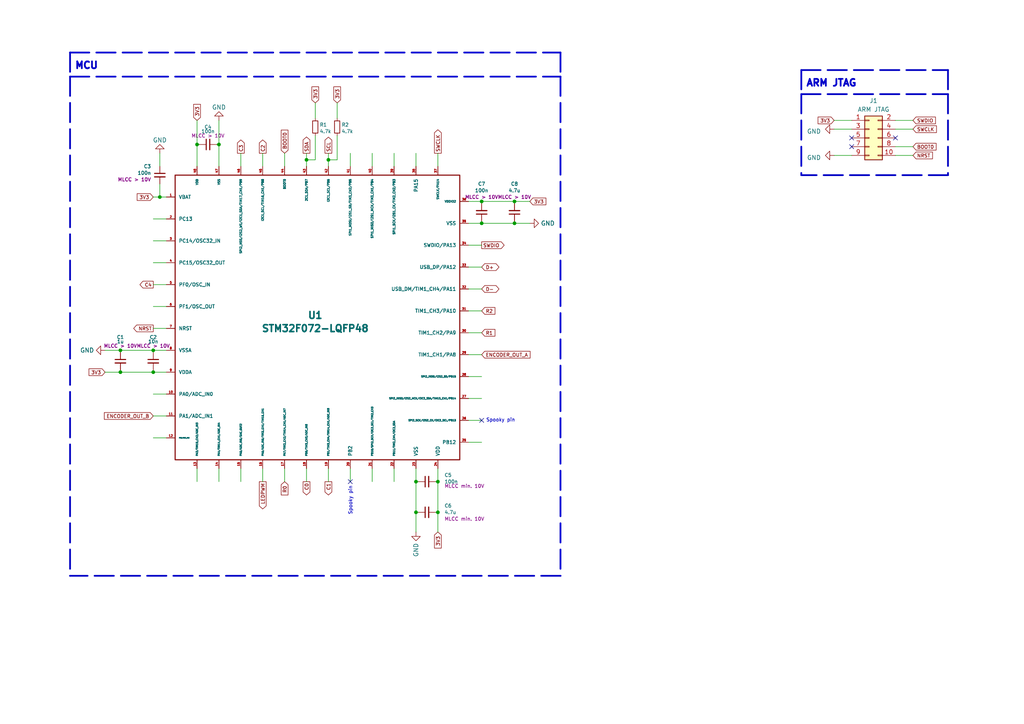
<source format=kicad_sch>
(kicad_sch (version 20221206) (generator eeschema)
  (paper "A4")
  (lib_symbols
    (symbol "Connector_Generic:Conn_02x05_Odd_Even" (pin_names (offset 1.016) hide)
      (property "Reference" "J" (at 1.27 7.62 0))
      (property "Value" "Conn_02x05_Odd_Even" (at 1.27 -7.62 0))
      (symbol "Conn_02x05_Odd_Even_1_1"
        (rectangle (start -1.27 -4.953) (end 0 -5.207) (stroke (width 0.1524)))
        (rectangle (start -1.27 -2.413) (end 0 -2.667) (stroke (width 0.1524)))
        (rectangle (start -1.27 0.127) (end 0 -0.127) (stroke (width 0.1524)))
        (rectangle (start -1.27 2.667) (end 0 2.413) (stroke (width 0.1524)))
        (rectangle (start -1.27 5.207) (end 0 4.953) (stroke (width 0.1524)))
        (rectangle (start -1.27 6.35) (end 3.81 -6.35) (stroke (width 0.254)) (fill (type background)))
        (rectangle (start 3.81 -4.953) (end 2.54 -5.207) (stroke (width 0.1524)))
        (rectangle (start 3.81 -2.413) (end 2.54 -2.667) (stroke (width 0.1524)))
        (rectangle (start 3.81 0.127) (end 2.54 -0.127) (stroke (width 0.1524)))
        (rectangle (start 3.81 2.667) (end 2.54 2.413) (stroke (width 0.1524)))
        (rectangle (start 3.81 5.207) (end 2.54 4.953) (stroke (width 0.1524)))
        (pin passive line (at -5.08 5.08 0) (length 3.81) (name "Pin_1") (number "1"))
        (pin passive line (at 7.62 -5.08 180) (length 3.81) (name "Pin_10") (number "10"))
        (pin passive line (at 7.62 5.08 180) (length 3.81) (name "Pin_2") (number "2"))
        (pin passive line (at -5.08 2.54 0) (length 3.81) (name "Pin_3") (number "3"))
        (pin passive line (at 7.62 2.54 180) (length 3.81) (name "Pin_4") (number "4"))
        (pin passive line (at -5.08 0 0) (length 3.81) (name "Pin_5") (number "5"))
        (pin passive line (at 7.62 0 180) (length 3.81) (name "Pin_6") (number "6"))
        (pin passive line (at -5.08 -2.54 0) (length 3.81) (name "Pin_7") (number "7"))
        (pin passive line (at 7.62 -2.54 180) (length 3.81) (name "Pin_8") (number "8"))
        (pin passive line (at -5.08 -5.08 0) (length 3.81) (name "Pin_9") (number "9"))
      )
    )
    (symbol "Device:C_Small" (pin_numbers hide) (pin_names (offset 0.254) hide)
      (property "Reference" "C" (at 0.254 1.778 0))
      (property "Value" "C_Small" (at 0.254 -2.032 0))
      (symbol "C_Small_0_1"
        (polyline (pts (xy -1.524 -0.508) (xy 1.524 -0.508)) (stroke (width 0.3302)))
        (polyline (pts (xy -1.524 0.508) (xy 1.524 0.508)) (stroke (width 0.3048)))
      )
      (symbol "C_Small_1_1"
        (pin passive line (at 0 2.54 270) (length 2.032) (name "~") (number "1"))
        (pin passive line (at 0 -2.54 90) (length 2.032) (name "~") (number "2"))
      )
    )
    (symbol "Device:R_Small" (pin_numbers hide) (pin_names (offset 0.254) hide)
      (property "Reference" "R" (at 0.762 0.508 0))
      (property "Value" "R_Small" (at 0.762 -1.016 0))
      (symbol "R_Small_0_1"
        (rectangle (start -0.762 1.778) (end 0.762 -1.778) (stroke (width 0.2032)))
      )
      (symbol "R_Small_1_1"
        (pin passive line (at 0 2.54 270) (length 0.762) (name "~") (number "1"))
        (pin passive line (at 0 -2.54 90) (length 0.762) (name "~") (number "2"))
      )
    )
    (symbol "acheron_Symbols:STM32F072-LQFP48" (pin_names (offset 1.016))
      (property "Reference" "U" (at 0 1.27 0))
      (property "Value" "STM32F072-LQFP48" (at 0 -2.54 0))
      (symbol "STM32F072-LQFP48_0_1"
        (rectangle (start 41.91 41.91) (end -40.64 -40.64) (stroke (width 0.3048)))
      )
      (symbol "STM32F072-LQFP48_1_1"
        (pin power_in line (at -43.18 35.56 0) (length 2.54) (name "VBAT") (number "1"))
        (pin bidirectional line (at -43.18 -21.59 0) (length 2.54) (name "PA0/ADC_IN0") (number "10"))
        (pin bidirectional line (at -43.18 -27.94 0) (length 2.54) (name "PA1/ADC_IN1") (number "11"))
        (pin bidirectional line (at -43.18 -34.29 0) (length 2.54) (name "PA2/ADC_IN2") (number "12"))
        (pin bidirectional line (at -34.29 -43.18 90) (length 2.54) (name "PA3/TIM15_CH2/ADC_IN3") (number "13"))
        (pin bidirectional line (at -27.94 -43.18 90) (length 2.54) (name "PA4/TIM14_CH1/ADC_IN4") (number "14"))
        (pin bidirectional line (at -21.59 -43.18 90) (length 2.54) (name "PA5/ADC_IN5/DAC_OUT2") (number "15"))
        (pin bidirectional line (at -15.24 -43.18 90) (length 2.54) (name "PA6/ADC_IN6/TIM3_CH1/TIM16_CH1") (number "16"))
        (pin bidirectional line (at -8.89 -43.18 90) (length 2.54) (name "PA7/TIM3_CH2/TIM14_CH1/ADC_IN7") (number "17"))
        (pin bidirectional line (at -2.54 -43.18 90) (length 2.54) (name "PB0/TIM3_CH3/ADC_IN8") (number "18"))
        (pin bidirectional line (at 3.81 -43.18 90) (length 2.54) (name "PB1/TIM3_CH4/TIM14_CH1/ADC_IN9") (number "19"))
        (pin bidirectional line (at -43.18 29.21 0) (length 2.54) (name "PC13") (number "2"))
        (pin bidirectional line (at 10.16 -43.18 90) (length 2.54) (name "PB2") (number "20"))
        (pin bidirectional line (at 16.51 -43.18 90) (length 2.54) (name "PB10/SPI2_SCK/I2C2_SCL/TIM2_CH3") (number "21"))
        (pin bidirectional line (at 22.86 -43.18 90) (length 2.54) (name "PB11/TIM2_CH4/I2C2_SDA") (number "22"))
        (pin power_in line (at 29.21 -43.18 90) (length 2.54) (name "VSS") (number "23"))
        (pin power_in line (at 35.56 -43.18 90) (length 2.54) (name "VDD") (number "24"))
        (pin bidirectional line (at 44.45 -35.56 180) (length 2.54) (name "PB12") (number "25"))
        (pin bidirectional line (at 44.45 -29.21 180) (length 2.54) (name "SPI2_SCK/I2S2_CK/I2C2_SCL/PB13") (number "26"))
        (pin bidirectional line (at 44.45 -22.86 180) (length 2.54) (name "SPI2_MISO/I2S2_MCK/I2C2_SDA/TIM15_CH1/PB14") (number "27"))
        (pin bidirectional line (at 44.45 -16.51 180) (length 2.54) (name "SPI2_MOSI/I2S2_SD/PB15") (number "28"))
        (pin bidirectional line (at 44.45 -10.16 180) (length 2.54) (name "TIM1_CH1/PA8") (number "29"))
        (pin bidirectional line (at -43.18 22.86 0) (length 2.54) (name "PC14/OSC32_IN") (number "3"))
        (pin bidirectional line (at 44.45 -3.81 180) (length 2.54) (name "TIM1_CH2/PA9") (number "30"))
        (pin bidirectional line (at 44.45 2.54 180) (length 2.54) (name "TIM1_CH3/PA10") (number "31"))
        (pin bidirectional line (at 44.45 8.89 180) (length 2.54) (name "USB_DM/TIM1_CH4/PA11") (number "32"))
        (pin bidirectional line (at 44.45 15.24 180) (length 2.54) (name "USB_DP/PA12") (number "33"))
        (pin bidirectional line (at 44.45 21.59 180) (length 2.54) (name "SWDIO/PA13") (number "34"))
        (pin power_in line (at 44.45 27.94 180) (length 2.54) (name "VSS") (number "35"))
        (pin power_in line (at 44.45 34.29 180) (length 2.54) (name "VDDIO2") (number "36"))
        (pin bidirectional line (at 35.56 44.45 270) (length 2.54) (name "SWCLK/PA14") (number "37"))
        (pin bidirectional line (at 29.21 44.45 270) (length 2.54) (name "PA15") (number "38"))
        (pin bidirectional line (at 22.86 44.45 270) (length 2.54) (name "SPI1_SCK/I2S1_CK/TIM2_CH2/PB3") (number "39"))
        (pin bidirectional line (at -43.18 16.51 0) (length 2.54) (name "PC15/OSC32_OUT") (number "4"))
        (pin bidirectional line (at 16.51 44.45 270) (length 2.54) (name "SPI1_MISO/I2S1_MCK/TIM3_CH1/PB4") (number "40"))
        (pin bidirectional line (at 10.16 44.45 270) (length 2.54) (name "SPI1_MOSI/I2S1_SD/TIM3_CH2/PB5") (number "41"))
        (pin bidirectional line (at 3.81 44.45 270) (length 2.54) (name "I2C1_SCL/PB6") (number "42"))
        (pin bidirectional line (at -2.54 44.45 270) (length 2.54) (name "2C1_SDA/PB7") (number "43"))
        (pin output line (at -8.89 44.45 270) (length 2.54) (name "BOOT0") (number "44"))
        (pin bidirectional line (at -15.24 44.45 270) (length 2.54) (name "I2C1_SCL/TIM16_CH1/PB8") (number "45"))
        (pin input line (at -21.59 44.45 270) (length 2.54) (name "SPI2_NSS/I2S2_WS/I2C1_SDA/TIM17_CH1/PB9") (number "46"))
        (pin input line (at -27.94 44.45 270) (length 2.54) (name "VSS") (number "47"))
        (pin input line (at -34.29 44.45 270) (length 2.54) (name "VDD") (number "48"))
        (pin bidirectional line (at -43.18 10.16 0) (length 2.54) (name "PF0/OSC_IN") (number "5"))
        (pin bidirectional line (at -43.18 3.81 0) (length 2.54) (name "PF1/OSC_OUT") (number "6"))
        (pin input line (at -43.18 -2.54 0) (length 2.54) (name "NRST") (number "7"))
        (pin power_in line (at -43.18 -8.89 0) (length 2.54) (name "VSSA") (number "8"))
        (pin power_in line (at -43.18 -15.24 0) (length 2.54) (name "VDDA") (number "9"))
      )
    )
    (symbol "power:GND" (power) (pin_names (offset 0))
      (property "Value" "GND" (at 0 -3.81 0))
      (symbol "GND_0_1"
        (polyline (pts (xy 0 0) (xy 0 -1.27) (xy 1.27 -1.27) (xy 0 -2.54) (xy -1.27 -1.27) (xy 0 -1.27)))
      )
      (symbol "GND_1_1"
        (pin power_in line (at 0 0 270) (length 0) hide (name "GND") (number "1"))
      )
    )
  )
  (junction (at 120.65 139.7))
  (junction (at 120.65 148.59))
  (junction (at 95.25 46.355))
  (junction (at 127 148.59))
  (junction (at 34.925 107.95))
  (junction (at 46.355 57.15))
  (junction (at 63.5 41.91))
  (junction (at 44.45 101.6))
  (junction (at 57.15 41.91))
  (junction (at 149.225 64.77))
  (junction (at 127 139.7))
  (junction (at 34.925 101.6))
  (junction (at 149.225 58.42))
  (junction (at 88.9 46.355))
  (junction (at 44.45 107.95))
  (junction (at 139.7 58.42))
  (junction (at 139.7 64.77))
  (no_connect (at 139.7 121.92))
  (no_connect (at 247.015 42.545))
  (no_connect (at 259.715 40.005))
  (no_connect (at 247.015 40.005))
  (no_connect (at 101.6 139.7))
  (polyline (pts (xy 20.32 15.24) (xy 162.56 15.24)) (stroke (width 0.508) (type dash)))
  (wire (pts (xy 114.3 135.89) (xy 114.3 139.7)))
  (wire (pts (xy 88.9 46.355) (xy 88.9 48.26)))
  (wire (pts (xy 63.5 41.91) (xy 63.5 48.26)))
  (polyline (pts (xy 274.955 20.32) (xy 274.955 27.305)) (stroke (width 0.508) (type dash)))
  (wire (pts (xy 127 44.45) (xy 127 48.26)))
  (wire (pts (xy 135.89 102.87) (xy 139.7 102.87)))
  (polyline (pts (xy 232.41 27.305) (xy 232.41 50.8)) (stroke (width 0.508) (type dash)))
  (polyline (pts (xy 20.32 15.24) (xy 20.32 22.225)) (stroke (width 0.508) (type dash)))
  (wire (pts (xy 139.7 64.77) (xy 139.7 64.135)))
  (wire (pts (xy 241.935 45.085) (xy 247.015 45.085)))
  (wire (pts (xy 95.25 44.45) (xy 95.25 46.355)))
  (wire (pts (xy 95.25 46.355) (xy 95.25 48.26)))
  (polyline (pts (xy 232.41 20.32) (xy 232.41 27.305)) (stroke (width 0.508) (type dash)))
  (wire (pts (xy 127 135.89) (xy 127 139.7)))
  (wire (pts (xy 120.65 135.89) (xy 120.65 139.7)))
  (wire (pts (xy 48.26 63.5) (xy 44.45 63.5)))
  (polyline (pts (xy 232.41 27.305) (xy 274.955 27.305)) (stroke (width 0.508) (type dash)))
  (wire (pts (xy 97.79 29.845) (xy 97.79 34.29)))
  (wire (pts (xy 34.925 107.95) (xy 30.48 107.95)))
  (wire (pts (xy 69.85 139.7) (xy 69.85 135.89)))
  (wire (pts (xy 135.89 58.42) (xy 139.7 58.42)))
  (wire (pts (xy 101.6 44.45) (xy 101.6 48.26)))
  (wire (pts (xy 57.15 139.7) (xy 57.15 135.89)))
  (polyline (pts (xy 274.955 27.305) (xy 274.955 50.8)) (stroke (width 0.508) (type dash)))
  (wire (pts (xy 139.7 58.42) (xy 139.7 59.055)))
  (wire (pts (xy 95.25 46.355) (xy 97.79 46.355)))
  (wire (pts (xy 120.65 148.59) (xy 120.65 154.305)))
  (wire (pts (xy 91.44 39.37) (xy 91.44 46.355)))
  (wire (pts (xy 57.15 34.925) (xy 57.15 41.91)))
  (wire (pts (xy 34.925 101.6) (xy 30.48 101.6)))
  (wire (pts (xy 149.225 64.135) (xy 149.225 64.77)))
  (wire (pts (xy 34.925 107.95) (xy 34.925 107.315)))
  (wire (pts (xy 127 139.7) (xy 127 148.59)))
  (polyline (pts (xy 20.32 22.225) (xy 20.32 167.005)) (stroke (width 0.508) (type dash)))
  (wire (pts (xy 107.95 44.45) (xy 107.95 48.26)))
  (wire (pts (xy 114.3 44.45) (xy 114.3 48.26)))
  (wire (pts (xy 48.26 101.6) (xy 44.45 101.6)))
  (wire (pts (xy 44.45 88.9) (xy 48.26 88.9)))
  (wire (pts (xy 69.85 44.45) (xy 69.85 48.26)))
  (wire (pts (xy 95.25 135.89) (xy 95.25 139.7)))
  (wire (pts (xy 241.935 37.465) (xy 247.015 37.465)))
  (wire (pts (xy 259.715 42.545) (xy 264.795 42.545)))
  (wire (pts (xy 135.89 96.52) (xy 139.7 96.52)))
  (wire (pts (xy 44.45 120.65) (xy 48.26 120.65)))
  (wire (pts (xy 82.55 44.45) (xy 82.55 48.26)))
  (wire (pts (xy 101.6 135.89) (xy 101.6 139.7)))
  (wire (pts (xy 44.45 101.6) (xy 44.45 102.235)))
  (wire (pts (xy 97.79 39.37) (xy 97.79 46.355)))
  (wire (pts (xy 88.9 46.355) (xy 91.44 46.355)))
  (polyline (pts (xy 274.955 50.8) (xy 232.41 50.8)) (stroke (width 0.508) (type dash)))
  (wire (pts (xy 88.9 135.89) (xy 88.9 139.7)))
  (wire (pts (xy 120.65 139.7) (xy 121.285 139.7)))
  (wire (pts (xy 241.935 34.925) (xy 247.015 34.925)))
  (wire (pts (xy 34.925 101.6) (xy 44.45 101.6)))
  (wire (pts (xy 46.355 57.15) (xy 48.26 57.15)))
  (wire (pts (xy 62.865 41.91) (xy 63.5 41.91)))
  (wire (pts (xy 139.7 58.42) (xy 149.225 58.42)))
  (wire (pts (xy 63.5 139.7) (xy 63.5 135.89)))
  (wire (pts (xy 107.95 135.89) (xy 107.95 139.7)))
  (wire (pts (xy 48.26 95.25) (xy 44.45 95.25)))
  (wire (pts (xy 44.45 76.2) (xy 48.26 76.2)))
  (wire (pts (xy 149.225 58.42) (xy 153.67 58.42)))
  (polyline (pts (xy 162.56 15.24) (xy 162.56 22.225)) (stroke (width 0.508) (type dash)))
  (polyline (pts (xy 162.56 22.225) (xy 162.56 167.005)) (stroke (width 0.508) (type dash)))
  (wire (pts (xy 127 148.59) (xy 127 154.305)))
  (wire (pts (xy 44.45 114.3) (xy 48.26 114.3)))
  (wire (pts (xy 135.89 115.57) (xy 139.7 115.57)))
  (polyline (pts (xy 20.32 22.225) (xy 162.56 22.225)) (stroke (width 0.508) (type dash)))
  (wire (pts (xy 46.355 53.34) (xy 46.355 57.15)))
  (wire (pts (xy 44.45 107.95) (xy 44.45 107.315)))
  (wire (pts (xy 135.89 77.47) (xy 139.7 77.47)))
  (wire (pts (xy 149.225 64.77) (xy 139.7 64.77)))
  (wire (pts (xy 88.9 44.45) (xy 88.9 46.355)))
  (wire (pts (xy 44.45 57.15) (xy 46.355 57.15)))
  (wire (pts (xy 135.89 109.22) (xy 139.7 109.22)))
  (wire (pts (xy 135.89 83.82) (xy 139.7 83.82)))
  (wire (pts (xy 120.65 148.59) (xy 120.65 139.7)))
  (wire (pts (xy 259.715 34.925) (xy 264.795 34.925)))
  (wire (pts (xy 121.285 148.59) (xy 120.65 148.59)))
  (wire (pts (xy 135.89 121.92) (xy 139.7 121.92)))
  (wire (pts (xy 127 139.7) (xy 126.365 139.7)))
  (wire (pts (xy 135.89 64.77) (xy 139.7 64.77)))
  (wire (pts (xy 82.55 135.89) (xy 82.55 139.7)))
  (wire (pts (xy 76.2 44.45) (xy 76.2 48.26)))
  (polyline (pts (xy 162.56 167.005) (xy 20.32 167.005)) (stroke (width 0.508) (type dash)))
  (wire (pts (xy 259.715 45.085) (xy 264.795 45.085)))
  (wire (pts (xy 44.45 107.95) (xy 34.925 107.95)))
  (wire (pts (xy 135.89 128.27) (xy 139.7 128.27)))
  (wire (pts (xy 127 148.59) (xy 126.365 148.59)))
  (wire (pts (xy 57.15 41.91) (xy 57.785 41.91)))
  (wire (pts (xy 135.89 71.12) (xy 139.7 71.12)))
  (wire (pts (xy 48.26 107.95) (xy 44.45 107.95)))
  (wire (pts (xy 46.355 44.45) (xy 46.355 48.26)))
  (wire (pts (xy 44.45 127) (xy 48.26 127)))
  (wire (pts (xy 63.5 34.925) (xy 63.5 41.91)))
  (wire (pts (xy 149.225 64.77) (xy 153.67 64.77)))
  (wire (pts (xy 44.45 82.55) (xy 48.26 82.55)))
  (wire (pts (xy 76.2 139.7) (xy 76.2 135.89)))
  (polyline (pts (xy 232.41 20.32) (xy 274.955 20.32)) (stroke (width 0.508) (type dash)))
  (wire (pts (xy 120.65 44.45) (xy 120.65 48.26)))
  (wire (pts (xy 135.89 90.17) (xy 139.7 90.17)))
  (wire (pts (xy 259.715 37.465) (xy 264.795 37.465)))
  (wire (pts (xy 57.15 48.26) (xy 57.15 41.91)))
  (wire (pts (xy 149.225 58.42) (xy 149.225 59.055)))
  (wire (pts (xy 91.44 29.845) (xy 91.44 34.29)))
  (wire (pts (xy 34.925 102.235) (xy 34.925 101.6)))
  (wire (pts (xy 44.45 69.85) (xy 48.26 69.85)))
  (text "Spooky pin" (at 102.235 140.97 90) (effects (font (size 1 1)) (justify right bottom)))
  (text "ARM JTAG" (at 233.68 25.4 0) (effects (font (size 2 2) (thickness 1.524) bold) (justify left bottom)))
  (text "MCU\n" (at 21.59 20.32 0) (effects (font (size 2 2) (thickness 1.524) bold) (justify left bottom)))
  (text "Spooky pin" (at 140.97 122.555 0) (effects (font (size 1 1)) (justify left bottom)))
  (global_label "3V3" (shape input) (at 241.935 34.925 180) (effects (font (size 1 1))) (property "Intersheetrefs" "${INTERSHEET_REFS}" (effects hide)))
  (global_label "3V3" (shape input) (at 127 154.305 270) (effects (font (size 1 1))) (property "Intersheetrefs" "${INTERSHEET_REFS}" (effects hide)))
  (global_label "3V3" (shape input) (at 153.67 58.42 0) (effects (font (size 1 1))) (property "Intersheetrefs" "${INTERSHEET_REFS}" (effects hide)))
  (global_label "D+" (shape bidirectional) (at 139.7 77.47 0) (effects (font (size 1 1))) (property "Intersheetrefs" "${INTERSHEET_REFS}" (effects hide)))
  (global_label "C0" (shape output) (at 88.9 139.7 270) (effects (font (size 1 1))) (property "Intersheetrefs" "${INTERSHEET_REFS}" (effects hide)))
  (global_label "R1" (shape input) (at 139.7 96.52 0) (effects (font (size 1 1))) (property "Intersheetrefs" "${INTERSHEET_REFS}" (effects hide)))
  (global_label "C3" (shape output) (at 69.85 44.45 90) (effects (font (size 1 1))) (property "Intersheetrefs" "${INTERSHEET_REFS}" (effects hide)))
  (global_label "SWDIO" (shape input) (at 264.795 34.925 0) (effects (font (size 1 1))) (property "Intersheetrefs" "${INTERSHEET_REFS}" (effects hide)))
  (global_label "ENCODER_OUT_A" (shape input) (at 139.7 102.87 0) (effects (font (size 1 1))) (property "Intersheetrefs" "${INTERSHEET_REFS}" (effects hide)))
  (global_label "3V3" (shape input) (at 91.44 29.845 90) (effects (font (size 1 1))) (property "Intersheetrefs" "${INTERSHEET_REFS}" (effects hide)))
  (global_label "C4" (shape output) (at 44.45 82.55 180) (effects (font (size 1 1))) (property "Intersheetrefs" "${INTERSHEET_REFS}" (effects hide)))
  (global_label "ENCODER_OUT_B" (shape input) (at 44.45 120.65 180) (effects (font (size 1 1))) (property "Intersheetrefs" "${INTERSHEET_REFS}" (effects hide)))
  (global_label "C1" (shape output) (at 95.25 139.7 270) (effects (font (size 1 1))) (property "Intersheetrefs" "${INTERSHEET_REFS}" (effects hide)))
  (global_label "SWCLK" (shape input) (at 264.795 37.465 0) (effects (font (size 1 1))) (property "Intersheetrefs" "${INTERSHEET_REFS}" (effects hide)))
  (global_label "C2" (shape output) (at 76.2 44.45 90) (effects (font (size 1 1))) (property "Intersheetrefs" "${INTERSHEET_REFS}" (effects hide)))
  (global_label "SCL" (shape output) (at 95.25 44.45 90) (effects (font (size 1 1))) (property "Intersheetrefs" "${INTERSHEET_REFS}" (effects hide)))
  (global_label "D-" (shape bidirectional) (at 139.7 83.82 0) (effects (font (size 1 1))) (property "Intersheetrefs" "${INTERSHEET_REFS}" (effects hide)))
  (global_label "3V3" (shape input) (at 57.15 34.925 90) (effects (font (size 1 1))) (property "Intersheetrefs" "${INTERSHEET_REFS}" (effects hide)))
  (global_label "LEDPWM" (shape output) (at 76.2 139.7 270) (effects (font (size 1 1))) (property "Intersheetrefs" "${INTERSHEET_REFS}" (effects hide)))
  (global_label "NRST" (shape input) (at 264.795 45.085 0) (effects (font (size 1 1))) (property "Intersheetrefs" "${INTERSHEET_REFS}" (effects hide)))
  (global_label "BOOT0" (shape input) (at 82.55 44.45 90) (effects (font (size 1 1))) (property "Intersheetrefs" "${INTERSHEET_REFS}" (effects hide)))
  (global_label "R0" (shape input) (at 82.55 139.7 270) (effects (font (size 1 1))) (property "Intersheetrefs" "${INTERSHEET_REFS}" (effects hide)))
  (global_label "3V3" (shape input) (at 97.79 29.845 90) (effects (font (size 1 1))) (property "Intersheetrefs" "${INTERSHEET_REFS}" (effects hide)))
  (global_label "SWDIO" (shape output) (at 139.7 71.12 0) (effects (font (size 1 1))) (property "Intersheetrefs" "${INTERSHEET_REFS}" (effects hide)))
  (global_label "R2" (shape input) (at 139.7 90.17 0) (effects (font (size 1 1))) (property "Intersheetrefs" "${INTERSHEET_REFS}" (effects hide)))
  (global_label "3V3" (shape input) (at 30.48 107.95 180) (effects (font (size 1 1))) (property "Intersheetrefs" "${INTERSHEET_REFS}" (effects hide)))
  (global_label "NRST" (shape output) (at 44.45 95.25 180) (effects (font (size 1 1))) (property "Intersheetrefs" "${INTERSHEET_REFS}" (effects hide)))
  (global_label "3V3" (shape input) (at 44.45 57.15 180) (effects (font (size 1 1))) (property "Intersheetrefs" "${INTERSHEET_REFS}" (effects hide)))
  (global_label "SDA" (shape output) (at 88.9 44.45 90) (effects (font (size 1 1))) (property "Intersheetrefs" "${INTERSHEET_REFS}" (effects hide)))
  (global_label "BOOT0" (shape input) (at 264.795 42.545 0) (effects (font (size 1 1))) (property "Intersheetrefs" "${INTERSHEET_REFS}" (effects hide)))
  (global_label "SWCLK" (shape output) (at 127 44.45 90) (effects (font (size 1 1))) (property "Intersheetrefs" "${INTERSHEET_REFS}" (effects hide)))
  (symbol (lib_id "power:GND") (at 46.355 44.45 180) (unit 1)
    (property "Reference" "#PWR02" (effects hide))
    (property "Value" "GND" (at 46.355 40.64 0))
  )
  (symbol (lib_id "power:GND") (at 153.67 64.77 90) (unit 1)
    (property "Reference" "#PWR03" (effects hide))
    (property "Value" "GND" (at 156.845 64.77 90) (effects (justify right)))
  )
  (symbol (lib_id "power:GND") (at 241.935 45.085 270) (unit 1)
    (property "Reference" "#PWR06" (effects hide))
    (property "Value" "GND" (at 238.125 45.72 90) (effects (justify right)))
  )
  (symbol (lib_id "Device:C_Small") (at 123.825 139.7 90) (unit 1)
    (property "Reference" "C5" (at 128.905 137.795 90) (effects (font (size 1 1)) (justify right)))
    (property "Value" "100n" (at 128.905 139.7 90) (effects (font (size 1 1)) (justify right)))
    (property "Footprint" "Capacitor_SMD:C_0805_2012Metric" (effects hide))
    (property "Description" "MLCC min. 10V" (at 128.905 140.97 90) (effects (font (size 1 1)) (justify right)))
  )
  (symbol (lib_id "Device:C_Small") (at 60.325 41.91 90) (unit 1)
    (property "Reference" "C4" (at 60.3313 36.83 90) (effects (font (size 1 1))))
    (property "Value" "100n" (at 60.325 38.1 90) (effects (font (size 1 1))))
    (property "Footprint" "Capacitor_SMD:C_0805_2012Metric" (effects hide))
    (property "Description" "MLCC > 10V" (at 60.325 39.37 90) (effects (font (size 1 1))))
  )
  (symbol (lib_id "Device:C_Small") (at 139.7 61.595 180) (unit 1)
    (property "Reference" "C7" (at 139.7 53.34 0) (effects (font (size 1 1))))
    (property "Value" "100n" (at 139.7 55.245 0) (effects (font (size 1 1))))
    (property "Footprint" "Capacitor_SMD:C_0805_2012Metric" (effects hide))
    (property "Description" "MLCC > 10V" (at 139.7 57.15 0) (effects (font (size 1 1))))
  )
  (symbol (lib_id "Device:C_Small") (at 46.355 50.8 0) (unit 1)
    (property "Reference" "C3" (at 43.815 48.26 0) (effects (font (size 1 1)) (justify right)))
    (property "Value" "100n" (at 43.815 50.165 0) (effects (font (size 1 1)) (justify right)))
    (property "Footprint" "Capacitor_SMD:C_0805_2012Metric" (effects hide))
    (property "Description" "MLCC > 10V" (at 43.815 52.07 0) (effects (font (size 1 1)) (justify right)))
  )
  (symbol (lib_id "Device:C_Small") (at 149.225 61.595 180) (unit 1)
    (property "Reference" "C8" (at 149.225 53.34 0) (effects (font (size 1 1))))
    (property "Value" "4.7u" (at 149.225 55.245 0) (effects (font (size 1 1))))
    (property "Footprint" "Capacitor_SMD:C_0805_2012Metric" (effects hide))
    (property "Description" "MLCC > 10V" (at 149.225 57.15 0) (effects (font (size 1 1))))
  )
  (symbol (lib_id "Connector_Generic:Conn_02x05_Odd_Even") (at 252.095 40.005 0) (unit 1)
    (property "Reference" "J1" (at 253.365 29.21 0))
    (property "Value" "ARM JTAG" (at 253.365 31.75 0))
    (property "Footprint" "acheron_Connectors:PinHeader_2x5_P2.54mm_Vertical_Staggered" (effects hide))
  )
  (symbol (lib_id "Device:C_Small") (at 123.825 148.59 90) (unit 1)
    (property "Reference" "C6" (at 128.905 146.685 90) (effects (font (size 1 1)) (justify right)))
    (property "Value" "4.7u" (at 128.905 148.59 90) (effects (font (size 1 1)) (justify right)))
    (property "Footprint" "Capacitor_SMD:C_0805_2012Metric" (effects hide))
    (property "Description" "MLCC min. 10V" (at 128.905 150.495 90) (effects (font (size 1 1)) (justify right)))
  )
  (symbol (lib_id "power:GND") (at 120.65 154.305 0) (unit 1)
    (property "Reference" "#PWR04" (effects hide))
    (property "Value" "GND" (at 120.65 157.48 90) (effects (justify right)))
  )
  (symbol (lib_id "power:GND") (at 30.48 101.6 270) (unit 1)
    (property "Reference" "#PWR08" (effects hide))
    (property "Value" "GND" (at 27.305 101.6 90) (effects (justify right)))
  )
  (symbol (lib_id "power:GND") (at 241.935 37.465 270) (unit 1)
    (property "Reference" "#PWR07" (effects hide))
    (property "Value" "GND" (at 238.125 38.1 90) (effects (justify right)))
  )
  (symbol (lib_id "Device:R_Small") (at 97.79 36.83 0) (unit 1)
    (property "Reference" "R2" (at 99.06 36.195 0) (effects (font (size 1 1)) (justify left)))
    (property "Value" "4.7k" (at 99.06 38.1 0) (effects (font (size 1 1)) (justify left)))
    (property "Footprint" "Resistor_SMD:R_0805_2012Metric" (effects hide))
  )
  (symbol (lib_id "Device:R_Small") (at 91.44 36.83 0) (unit 1)
    (property "Reference" "R1" (at 92.71 36.195 0) (effects (font (size 1 1)) (justify left)))
    (property "Value" "4.7k" (at 92.71 38.1 0) (effects (font (size 1 1)) (justify left)))
    (property "Footprint" "Resistor_SMD:R_0805_2012Metric" (effects hide))
  )
  (symbol (lib_id "Device:C_Small") (at 34.925 104.775 0) (unit 1)
    (property "Reference" "C1" (at 34.925 97.79 0) (effects (font (size 1 1))))
    (property "Value" "1u" (at 34.925 99.06 0) (effects (font (size 1 1))))
    (property "Footprint" "Capacitor_SMD:C_0805_2012Metric" (effects hide))
    (property "Description" "MLCC > 10V" (at 34.925 100.33 0) (effects (font (size 1 1))))
  )
  (symbol (lib_id "acheron_Symbols:STM32F072-LQFP48") (at 91.44 92.71 0) (unit 1)
    (property "Reference" "U1" (at 91.44 91.44 0) (effects (font (size 2.0066 2.0066) bold)))
    (property "Value" "STM32F072-LQFP48" (at 91.44 95.25 0) (effects (font (size 2.0066 2.0066) bold)))
    (property "Footprint" "acheron_Components:LQFP-48_7x7mm_P0.5mm" (effects hide))
  )
  (symbol (lib_id "power:GND") (at 63.5 34.925 180) (unit 1)
    (property "Reference" "#PWR01" (effects hide))
    (property "Value" "GND" (at 63.5 31.115 0))
  )
  (symbol (lib_id "Device:C_Small") (at 44.45 104.775 0) (unit 1)
    (property "Reference" "C2" (at 44.45 97.79 0) (effects (font (size 1 1))))
    (property "Value" "10n" (at 44.45 99.06 0) (effects (font (size 1 1))))
    (property "Footprint" "Capacitor_SMD:C_0805_2012Metric" (effects hide))
    (property "Description" "MLCC > 10V" (at 44.45 100.33 0) (effects (font (size 1 1))))
  )
)
</source>
